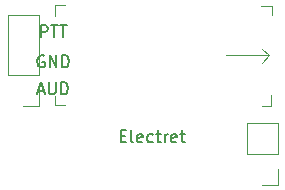
<source format=gbr>
G04 #@! TF.GenerationSoftware,KiCad,Pcbnew,(5.1.4)-1*
G04 #@! TF.CreationDate,2020-03-11T16:56:26-04:00*
G04 #@! TF.ProjectId,MicSwitchBoardElectret,4d696353-7769-4746-9368-426f61726445,rev?*
G04 #@! TF.SameCoordinates,Original*
G04 #@! TF.FileFunction,Legend,Top*
G04 #@! TF.FilePolarity,Positive*
%FSLAX46Y46*%
G04 Gerber Fmt 4.6, Leading zero omitted, Abs format (unit mm)*
G04 Created by KiCad (PCBNEW (5.1.4)-1) date 2020-03-11 16:56:26*
%MOMM*%
%LPD*%
G04 APERTURE LIST*
%ADD10C,0.150000*%
%ADD11C,0.120000*%
G04 APERTURE END LIST*
D10*
X124611142Y-73842571D02*
X124944476Y-73842571D01*
X125087333Y-74366380D02*
X124611142Y-74366380D01*
X124611142Y-73366380D01*
X125087333Y-73366380D01*
X125658761Y-74366380D02*
X125563523Y-74318761D01*
X125515904Y-74223523D01*
X125515904Y-73366380D01*
X126420666Y-74318761D02*
X126325428Y-74366380D01*
X126134952Y-74366380D01*
X126039714Y-74318761D01*
X125992095Y-74223523D01*
X125992095Y-73842571D01*
X126039714Y-73747333D01*
X126134952Y-73699714D01*
X126325428Y-73699714D01*
X126420666Y-73747333D01*
X126468285Y-73842571D01*
X126468285Y-73937809D01*
X125992095Y-74033047D01*
X127325428Y-74318761D02*
X127230190Y-74366380D01*
X127039714Y-74366380D01*
X126944476Y-74318761D01*
X126896857Y-74271142D01*
X126849238Y-74175904D01*
X126849238Y-73890190D01*
X126896857Y-73794952D01*
X126944476Y-73747333D01*
X127039714Y-73699714D01*
X127230190Y-73699714D01*
X127325428Y-73747333D01*
X127611142Y-73699714D02*
X127992095Y-73699714D01*
X127754000Y-73366380D02*
X127754000Y-74223523D01*
X127801619Y-74318761D01*
X127896857Y-74366380D01*
X127992095Y-74366380D01*
X128325428Y-74366380D02*
X128325428Y-73699714D01*
X128325428Y-73890190D02*
X128373047Y-73794952D01*
X128420666Y-73747333D01*
X128515904Y-73699714D01*
X128611142Y-73699714D01*
X129325428Y-74318761D02*
X129230190Y-74366380D01*
X129039714Y-74366380D01*
X128944476Y-74318761D01*
X128896857Y-74223523D01*
X128896857Y-73842571D01*
X128944476Y-73747333D01*
X129039714Y-73699714D01*
X129230190Y-73699714D01*
X129325428Y-73747333D01*
X129373047Y-73842571D01*
X129373047Y-73937809D01*
X128896857Y-74033047D01*
X129658761Y-73699714D02*
X130039714Y-73699714D01*
X129801619Y-73366380D02*
X129801619Y-74223523D01*
X129849238Y-74318761D01*
X129944476Y-74366380D01*
X130039714Y-74366380D01*
X117610095Y-70016666D02*
X118086285Y-70016666D01*
X117514857Y-70302380D02*
X117848190Y-69302380D01*
X118181523Y-70302380D01*
X118514857Y-69302380D02*
X118514857Y-70111904D01*
X118562476Y-70207142D01*
X118610095Y-70254761D01*
X118705333Y-70302380D01*
X118895809Y-70302380D01*
X118991047Y-70254761D01*
X119038666Y-70207142D01*
X119086285Y-70111904D01*
X119086285Y-69302380D01*
X119562476Y-70302380D02*
X119562476Y-69302380D01*
X119800571Y-69302380D01*
X119943428Y-69350000D01*
X120038666Y-69445238D01*
X120086285Y-69540476D01*
X120133904Y-69730952D01*
X120133904Y-69873809D01*
X120086285Y-70064285D01*
X120038666Y-70159523D01*
X119943428Y-70254761D01*
X119800571Y-70302380D01*
X119562476Y-70302380D01*
X117848190Y-65476380D02*
X117848190Y-64476380D01*
X118229142Y-64476380D01*
X118324380Y-64524000D01*
X118372000Y-64571619D01*
X118419619Y-64666857D01*
X118419619Y-64809714D01*
X118372000Y-64904952D01*
X118324380Y-64952571D01*
X118229142Y-65000190D01*
X117848190Y-65000190D01*
X118705333Y-64476380D02*
X119276761Y-64476380D01*
X118991047Y-65476380D02*
X118991047Y-64476380D01*
X119467238Y-64476380D02*
X120038666Y-64476380D01*
X119752952Y-65476380D02*
X119752952Y-64476380D01*
X118110095Y-67064000D02*
X118014857Y-67016380D01*
X117872000Y-67016380D01*
X117729142Y-67064000D01*
X117633904Y-67159238D01*
X117586285Y-67254476D01*
X117538666Y-67444952D01*
X117538666Y-67587809D01*
X117586285Y-67778285D01*
X117633904Y-67873523D01*
X117729142Y-67968761D01*
X117872000Y-68016380D01*
X117967238Y-68016380D01*
X118110095Y-67968761D01*
X118157714Y-67921142D01*
X118157714Y-67587809D01*
X117967238Y-67587809D01*
X118586285Y-68016380D02*
X118586285Y-67016380D01*
X119157714Y-68016380D01*
X119157714Y-67016380D01*
X119633904Y-68016380D02*
X119633904Y-67016380D01*
X119872000Y-67016380D01*
X120014857Y-67064000D01*
X120110095Y-67159238D01*
X120157714Y-67254476D01*
X120205333Y-67444952D01*
X120205333Y-67587809D01*
X120157714Y-67778285D01*
X120110095Y-67873523D01*
X120014857Y-67968761D01*
X119872000Y-68016380D01*
X119633904Y-68016380D01*
D11*
X137150800Y-67010000D02*
X136541200Y-66451200D01*
X137150800Y-67010000D02*
X136592000Y-67619600D01*
X119052800Y-63656400D02*
X119052800Y-62742000D01*
X119052800Y-62742000D02*
X119865600Y-62742000D01*
X119928800Y-71239600D02*
X119014400Y-71239600D01*
X119014400Y-71239600D02*
X119014400Y-70426800D01*
X137367200Y-70363600D02*
X137367200Y-71278000D01*
X137367200Y-71278000D02*
X136554400Y-71278000D01*
X137150800Y-67010000D02*
X133544000Y-67010000D01*
X137404800Y-62793600D02*
X137404800Y-63606400D01*
X136490400Y-62793600D02*
X137404800Y-62793600D01*
X137920000Y-77960000D02*
X136590000Y-77960000D01*
X137920000Y-76630000D02*
X137920000Y-77960000D01*
X137920000Y-75360000D02*
X135260000Y-75360000D01*
X135260000Y-75360000D02*
X135260000Y-72760000D01*
X137920000Y-75360000D02*
X137920000Y-72760000D01*
X137920000Y-72760000D02*
X135260000Y-72760000D01*
X117680000Y-71305000D02*
X116350000Y-71305000D01*
X117680000Y-69975000D02*
X117680000Y-71305000D01*
X117680000Y-68705000D02*
X115020000Y-68705000D01*
X115020000Y-68705000D02*
X115020000Y-63565000D01*
X117680000Y-68705000D02*
X117680000Y-63565000D01*
X117680000Y-63565000D02*
X115020000Y-63565000D01*
M02*

</source>
